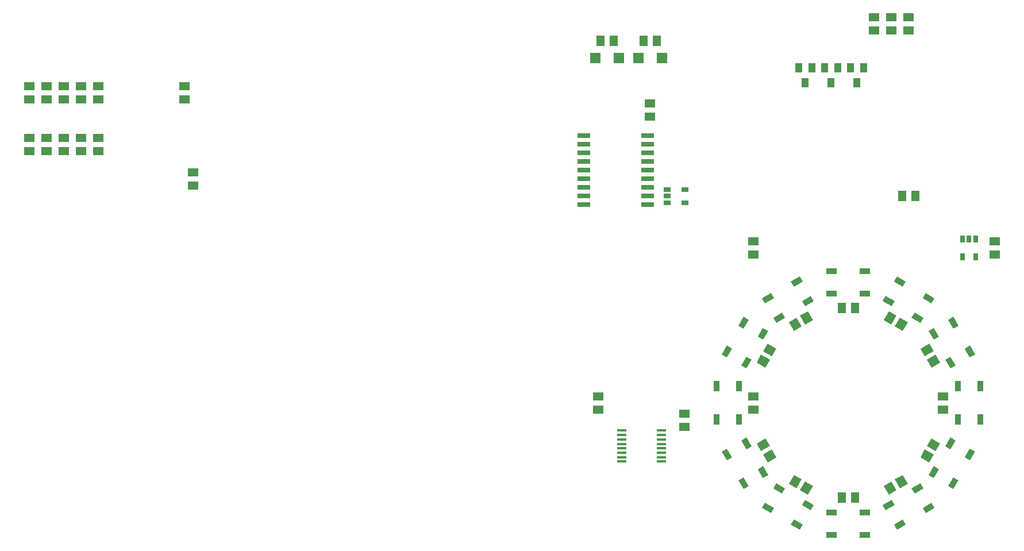
<source format=gtp>
G75*
%MOIN*%
%OFA0B0*%
%FSLAX25Y25*%
%IPPOS*%
%LPD*%
%AMOC8*
5,1,8,0,0,1.08239X$1,22.5*
%
%ADD10R,0.05906X0.05906*%
%ADD11R,0.05906X0.05118*%
%ADD12R,0.05118X0.05906*%
%ADD13R,0.03937X0.05512*%
%ADD14R,0.02717X0.03898*%
%ADD15R,0.07283X0.02559*%
%ADD16R,0.05807X0.01772*%
%ADD17R,0.03898X0.02717*%
%ADD18R,0.03543X0.05906*%
%ADD19R,0.05906X0.03543*%
D10*
X0633110Y0290000D03*
X0646890Y0290000D03*
X0658110Y0290000D03*
X0671890Y0290000D03*
D11*
X0400000Y0216260D03*
X0400000Y0223740D03*
X0345000Y0236260D03*
X0335000Y0236260D03*
X0325000Y0236260D03*
X0315000Y0236260D03*
X0305000Y0236260D03*
X0305000Y0243740D03*
X0315000Y0243740D03*
X0325000Y0243740D03*
X0335000Y0243740D03*
X0345000Y0243740D03*
X0345000Y0266260D03*
X0345000Y0273740D03*
X0335000Y0273740D03*
X0335000Y0266260D03*
X0325000Y0266260D03*
X0325000Y0273740D03*
X0315000Y0273740D03*
X0315000Y0266260D03*
X0305000Y0266260D03*
X0305000Y0273740D03*
X0395000Y0273740D03*
X0395000Y0266260D03*
X0665000Y0263740D03*
X0665000Y0256260D03*
X0795000Y0306260D03*
X0805000Y0306260D03*
X0815000Y0306260D03*
X0815000Y0313740D03*
X0805000Y0313740D03*
X0795000Y0313740D03*
X0725000Y0183740D03*
X0725000Y0176260D03*
X0865000Y0176260D03*
X0865000Y0183740D03*
X0835000Y0093740D03*
X0835000Y0086260D03*
X0725000Y0086260D03*
X0725000Y0093740D03*
X0685000Y0083740D03*
X0685000Y0076260D03*
X0635000Y0086260D03*
X0635000Y0093740D03*
D12*
G36*
X0726794Y0113522D02*
X0729353Y0117953D01*
X0734466Y0115000D01*
X0731907Y0110569D01*
X0726794Y0113522D01*
G37*
G36*
X0730534Y0120000D02*
X0733093Y0124431D01*
X0738206Y0121478D01*
X0735647Y0117047D01*
X0730534Y0120000D01*
G37*
G36*
X0745569Y0136907D02*
X0750000Y0139466D01*
X0752953Y0134353D01*
X0748522Y0131794D01*
X0745569Y0136907D01*
G37*
G36*
X0752047Y0140647D02*
X0756478Y0143206D01*
X0759431Y0138093D01*
X0755000Y0135534D01*
X0752047Y0140647D01*
G37*
X0776260Y0145000D03*
X0783740Y0145000D03*
G36*
X0803522Y0143206D02*
X0807953Y0140647D01*
X0805000Y0135534D01*
X0800569Y0138093D01*
X0803522Y0143206D01*
G37*
G36*
X0810000Y0139466D02*
X0814431Y0136907D01*
X0811478Y0131794D01*
X0807047Y0134353D01*
X0810000Y0139466D01*
G37*
G36*
X0826907Y0124431D02*
X0829466Y0120000D01*
X0824353Y0117047D01*
X0821794Y0121478D01*
X0826907Y0124431D01*
G37*
G36*
X0830647Y0117953D02*
X0833206Y0113522D01*
X0828093Y0110569D01*
X0825534Y0115000D01*
X0830647Y0117953D01*
G37*
G36*
X0833206Y0066478D02*
X0830647Y0062047D01*
X0825534Y0065000D01*
X0828093Y0069431D01*
X0833206Y0066478D01*
G37*
G36*
X0829466Y0060000D02*
X0826907Y0055569D01*
X0821794Y0058522D01*
X0824353Y0062953D01*
X0829466Y0060000D01*
G37*
G36*
X0814431Y0043093D02*
X0810000Y0040534D01*
X0807047Y0045647D01*
X0811478Y0048206D01*
X0814431Y0043093D01*
G37*
G36*
X0807953Y0039353D02*
X0803522Y0036794D01*
X0800569Y0041907D01*
X0805000Y0044466D01*
X0807953Y0039353D01*
G37*
X0783740Y0035000D03*
X0776260Y0035000D03*
G36*
X0756478Y0036794D02*
X0752047Y0039353D01*
X0755000Y0044466D01*
X0759431Y0041907D01*
X0756478Y0036794D01*
G37*
G36*
X0750000Y0040534D02*
X0745569Y0043093D01*
X0748522Y0048206D01*
X0752953Y0045647D01*
X0750000Y0040534D01*
G37*
G36*
X0733093Y0055569D02*
X0730534Y0060000D01*
X0735647Y0062953D01*
X0738206Y0058522D01*
X0733093Y0055569D01*
G37*
G36*
X0729353Y0062047D02*
X0726794Y0066478D01*
X0731907Y0069431D01*
X0734466Y0065000D01*
X0729353Y0062047D01*
G37*
X0811260Y0210000D03*
X0818740Y0210000D03*
X0668740Y0300000D03*
X0661260Y0300000D03*
X0643740Y0300000D03*
X0636260Y0300000D03*
D13*
X0751260Y0284331D03*
X0758740Y0284331D03*
X0766260Y0284331D03*
X0773740Y0284331D03*
X0781260Y0284331D03*
X0788740Y0284331D03*
X0785000Y0275669D03*
X0770000Y0275669D03*
X0755000Y0275669D03*
D14*
X0846260Y0185079D03*
X0850000Y0185079D03*
X0853740Y0185079D03*
X0853740Y0174882D03*
X0846260Y0174882D03*
D15*
X0663406Y0205000D03*
X0663406Y0210000D03*
X0663406Y0215000D03*
X0663406Y0220000D03*
X0663406Y0225000D03*
X0663406Y0230000D03*
X0663406Y0235000D03*
X0663406Y0240000D03*
X0663406Y0245000D03*
X0626594Y0245000D03*
X0626594Y0240000D03*
X0626594Y0235000D03*
X0626594Y0230000D03*
X0626594Y0225000D03*
X0626594Y0220000D03*
X0626594Y0215000D03*
X0626594Y0210000D03*
X0626594Y0205000D03*
D16*
X0648433Y0073957D03*
X0648433Y0071398D03*
X0648433Y0068839D03*
X0648433Y0066280D03*
X0648433Y0063720D03*
X0648433Y0061161D03*
X0648433Y0058602D03*
X0648433Y0056043D03*
X0671567Y0056043D03*
X0671567Y0058602D03*
X0671567Y0061161D03*
X0671567Y0063720D03*
X0671567Y0066280D03*
X0671567Y0068839D03*
X0671567Y0071398D03*
X0671567Y0073957D03*
D17*
X0674921Y0206260D03*
X0674921Y0210000D03*
X0674921Y0213740D03*
X0685118Y0213740D03*
X0685118Y0206260D03*
D18*
X0703504Y0099646D03*
X0716496Y0099646D03*
X0716496Y0080354D03*
X0703504Y0080354D03*
X0843504Y0080354D03*
X0856496Y0080354D03*
X0856496Y0099646D03*
X0843504Y0099646D03*
D19*
G36*
X0839254Y0116841D02*
X0842207Y0111728D01*
X0839140Y0109957D01*
X0836187Y0115070D01*
X0839254Y0116841D01*
G37*
G36*
X0850506Y0123337D02*
X0853459Y0118224D01*
X0850392Y0116453D01*
X0847439Y0121566D01*
X0850506Y0123337D01*
G37*
G36*
X0840860Y0140043D02*
X0843813Y0134930D01*
X0840746Y0133159D01*
X0837793Y0138272D01*
X0840860Y0140043D01*
G37*
G36*
X0829608Y0133547D02*
X0832561Y0128434D01*
X0829494Y0126663D01*
X0826541Y0131776D01*
X0829608Y0133547D01*
G37*
G36*
X0818434Y0142561D02*
X0823547Y0139608D01*
X0821776Y0136541D01*
X0816663Y0139494D01*
X0818434Y0142561D01*
G37*
G36*
X0824930Y0153813D02*
X0830043Y0150860D01*
X0828272Y0147793D01*
X0823159Y0150746D01*
X0824930Y0153813D01*
G37*
G36*
X0808224Y0163459D02*
X0813337Y0160506D01*
X0811566Y0157439D01*
X0806453Y0160392D01*
X0808224Y0163459D01*
G37*
X0789646Y0166496D03*
X0770354Y0166496D03*
G36*
X0746663Y0160506D02*
X0751776Y0163459D01*
X0753547Y0160392D01*
X0748434Y0157439D01*
X0746663Y0160506D01*
G37*
G36*
X0753159Y0149254D02*
X0758272Y0152207D01*
X0760043Y0149140D01*
X0754930Y0146187D01*
X0753159Y0149254D01*
G37*
G36*
X0736453Y0139608D02*
X0741566Y0142561D01*
X0743337Y0139494D01*
X0738224Y0136541D01*
X0736453Y0139608D01*
G37*
G36*
X0716187Y0134930D02*
X0719140Y0140043D01*
X0722207Y0138272D01*
X0719254Y0133159D01*
X0716187Y0134930D01*
G37*
G36*
X0727439Y0128434D02*
X0730392Y0133547D01*
X0733459Y0131776D01*
X0730506Y0126663D01*
X0727439Y0128434D01*
G37*
G36*
X0706541Y0118224D02*
X0709494Y0123337D01*
X0712561Y0121566D01*
X0709608Y0116453D01*
X0706541Y0118224D01*
G37*
G36*
X0717793Y0111728D02*
X0720746Y0116841D01*
X0723813Y0115070D01*
X0720860Y0109957D01*
X0717793Y0111728D01*
G37*
G36*
X0729957Y0150860D02*
X0735070Y0153813D01*
X0736841Y0150746D01*
X0731728Y0147793D01*
X0729957Y0150860D01*
G37*
X0770354Y0153504D03*
X0789646Y0153504D03*
G36*
X0801728Y0152207D02*
X0806841Y0149254D01*
X0805070Y0146187D01*
X0799957Y0149140D01*
X0801728Y0152207D01*
G37*
G36*
X0842207Y0068272D02*
X0839254Y0063159D01*
X0836187Y0064930D01*
X0839140Y0070043D01*
X0842207Y0068272D01*
G37*
G36*
X0853459Y0061776D02*
X0850506Y0056663D01*
X0847439Y0058434D01*
X0850392Y0063547D01*
X0853459Y0061776D01*
G37*
G36*
X0832561Y0051566D02*
X0829608Y0046453D01*
X0826541Y0048224D01*
X0829494Y0053337D01*
X0832561Y0051566D01*
G37*
G36*
X0843813Y0045070D02*
X0840860Y0039957D01*
X0837793Y0041728D01*
X0840746Y0046841D01*
X0843813Y0045070D01*
G37*
G36*
X0823547Y0040392D02*
X0818434Y0037439D01*
X0816663Y0040506D01*
X0821776Y0043459D01*
X0823547Y0040392D01*
G37*
G36*
X0830043Y0029140D02*
X0824930Y0026187D01*
X0823159Y0029254D01*
X0828272Y0032207D01*
X0830043Y0029140D01*
G37*
G36*
X0813337Y0019494D02*
X0808224Y0016541D01*
X0806453Y0019608D01*
X0811566Y0022561D01*
X0813337Y0019494D01*
G37*
G36*
X0806841Y0030746D02*
X0801728Y0027793D01*
X0799957Y0030860D01*
X0805070Y0033813D01*
X0806841Y0030746D01*
G37*
X0789646Y0026496D03*
X0789646Y0013504D03*
X0770354Y0013504D03*
X0770354Y0026496D03*
G36*
X0758272Y0027793D02*
X0753159Y0030746D01*
X0754930Y0033813D01*
X0760043Y0030860D01*
X0758272Y0027793D01*
G37*
G36*
X0751776Y0016541D02*
X0746663Y0019494D01*
X0748434Y0022561D01*
X0753547Y0019608D01*
X0751776Y0016541D01*
G37*
G36*
X0735070Y0026187D02*
X0729957Y0029140D01*
X0731728Y0032207D01*
X0736841Y0029254D01*
X0735070Y0026187D01*
G37*
G36*
X0741566Y0037439D02*
X0736453Y0040392D01*
X0738224Y0043459D01*
X0743337Y0040506D01*
X0741566Y0037439D01*
G37*
G36*
X0730392Y0046453D02*
X0727439Y0051566D01*
X0730506Y0053337D01*
X0733459Y0048224D01*
X0730392Y0046453D01*
G37*
G36*
X0719140Y0039957D02*
X0716187Y0045070D01*
X0719254Y0046841D01*
X0722207Y0041728D01*
X0719140Y0039957D01*
G37*
G36*
X0709494Y0056663D02*
X0706541Y0061776D01*
X0709608Y0063547D01*
X0712561Y0058434D01*
X0709494Y0056663D01*
G37*
G36*
X0720746Y0063159D02*
X0717793Y0068272D01*
X0720860Y0070043D01*
X0723813Y0064930D01*
X0720746Y0063159D01*
G37*
M02*

</source>
